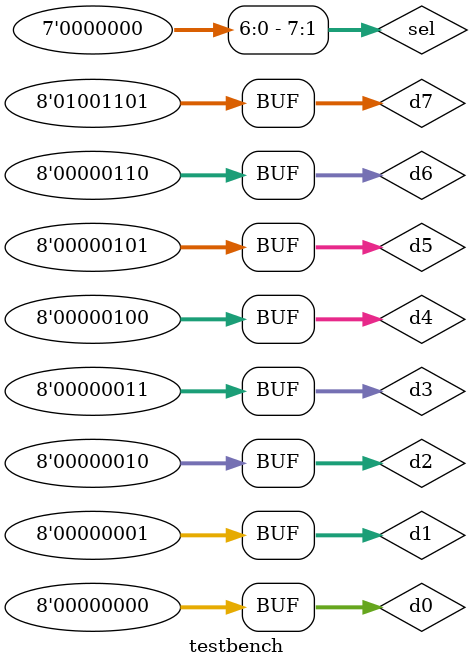
<source format=v>
`timescale 1 ns / 100 ps
module testbench;
	parameter DATA_WIDTH = 8;
    // input and output test signals
    wire  [DATA_WIDTH-1:0] y;
	reg   [7:0] sel;
	reg   [DATA_WIDTH-1:0] d0; 
	reg	  [DATA_WIDTH-1:0] d1;
	reg   [DATA_WIDTH-1:0] d2;
	reg   [DATA_WIDTH-1:0] d3;
	reg   [DATA_WIDTH-1:0] d4; 
	reg   [DATA_WIDTH-1:0] d5;
	reg   [DATA_WIDTH-1:0] d6;
	reg   [DATA_WIDTH-1:0] d7;
 
   // creating the instance of the module we want to test
	bn_select_8_1_case #(8) select_8_1 (.d0(d0), .d1(d1), .d2(d2), 
	                                           .d3(d3), .d4(d4), .d5(d5), 
											   .d6(d6), .d7(d7), .sel(sel), .y(y));
	
	initial 
        begin
			d0=0; d1=1; d2=2; d3=3; d4=4; d5=5; d6=6; d7=7;
			#5;
            sel = 8'b00000001;     
			#10;
			repeat (7)
			begin
				sel=sel<<1;
				#10;
			end
			d7=123;
			#10;
			d7=77;
			#10;
			sel=$urandom;
			#10;
        end
    // do at the beginning of the simulation
    //  print signal values on every change
    initial 
        $monitor("sel=%b d0=%d d1=%d d2=%d d3=%d d4=%d d5=%d d6=%d d7=%d y=%d", 
		         sel, d0, d1, d2, d3, d4, d5, d6, d7, y);
    // do at the beginning of the simulation
    initial 
        $dumpvars;  //iverilog dump init
endmodule

</source>
